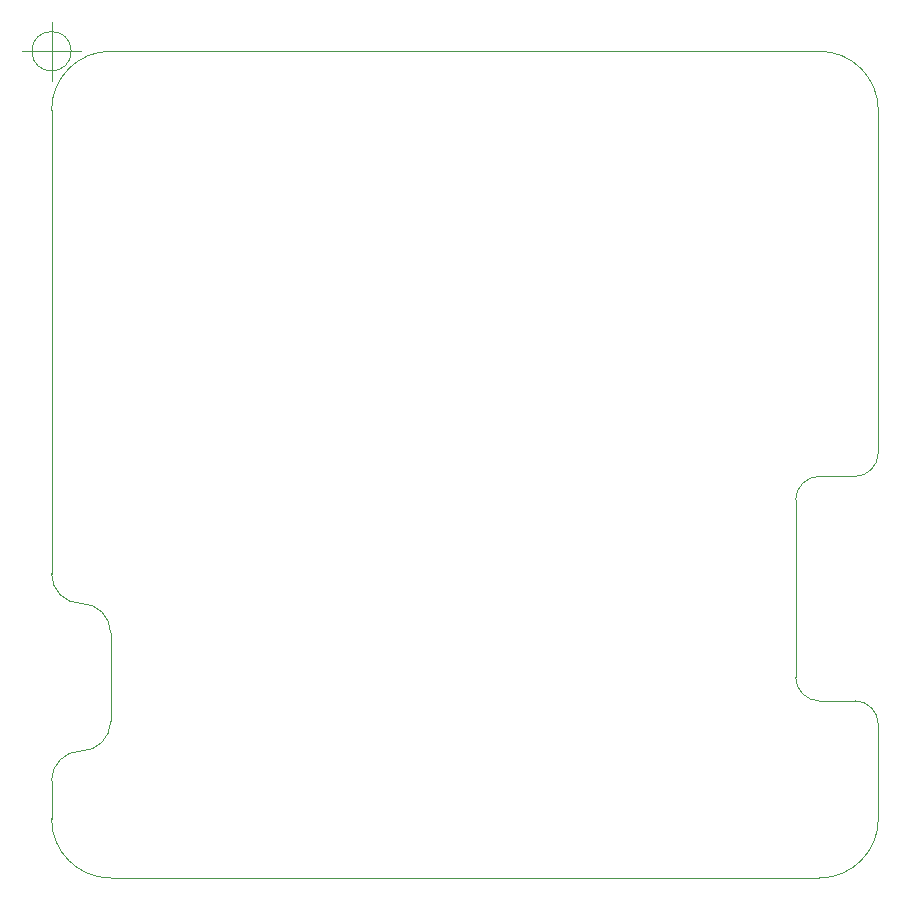
<source format=gm1>
%TF.GenerationSoftware,KiCad,Pcbnew,8.0.0*%
%TF.CreationDate,2024-03-17T03:11:13-07:00*%
%TF.ProjectId,ai-camera-rev3.2,61692d63-616d-4657-9261-2d726576332e,rev3.2*%
%TF.SameCoordinates,PX5a995c0PY2aea540*%
%TF.FileFunction,Profile,NP*%
%FSLAX46Y46*%
G04 Gerber Fmt 4.6, Leading zero omitted, Abs format (unit mm)*
G04 Created by KiCad (PCBNEW 8.0.0) date 2024-03-17 03:11:13*
%MOMM*%
%LPD*%
G01*
G04 APERTURE LIST*
%TA.AperFunction,Profile*%
%ADD10C,0.100000*%
%TD*%
G04 APERTURE END LIST*
D10*
X65000000Y0D02*
G75*
G02*
X70000000Y-5000000I0J-5000000D01*
G01*
X2500000Y-46750000D02*
G75*
G02*
X0Y-44250000I0J2500000D01*
G01*
X70000000Y-57000000D02*
X70000000Y-65000000D01*
X5000000Y0D02*
X65000000Y0D01*
X65000000Y-55000000D02*
G75*
G02*
X63000000Y-53000000I0J2000000D01*
G01*
X0Y-61750000D02*
G75*
G02*
X2500000Y-59250000I2500000J0D01*
G01*
X67999999Y-35999999D02*
X65000000Y-35999999D01*
X0Y-5000000D02*
G75*
G02*
X5000000Y0I5000000J0D01*
G01*
X68000000Y-55000000D02*
G75*
G02*
X70000000Y-57000000I0J-2000000D01*
G01*
X0Y-44250000D02*
X0Y-5000000D01*
X2500000Y-46750000D02*
G75*
G02*
X5000000Y-49250000I0J-2500000D01*
G01*
X63000000Y-38000000D02*
G75*
G02*
X65000000Y-36000000I2000000J0D01*
G01*
X65000000Y-55000000D02*
X68000000Y-55000000D01*
X70000000Y-65000000D02*
G75*
G02*
X65000000Y-70000000I-5000000J0D01*
G01*
X5000000Y-56750000D02*
X5000000Y-49250000D01*
X0Y-61750000D02*
X0Y-65000000D01*
X70000000Y-5000000D02*
X70000000Y-33999999D01*
X5000000Y-70000000D02*
G75*
G02*
X0Y-65000000I0J5000000D01*
G01*
X65000000Y-70000000D02*
X5000000Y-70000000D01*
X5000000Y-56750000D02*
G75*
G02*
X2500000Y-59250000I-2500000J0D01*
G01*
X69999999Y-33999999D02*
G75*
G02*
X67999999Y-35999999I-1999999J-1D01*
G01*
X63000000Y-38000000D02*
X63000000Y-53000000D01*
X1666666Y0D02*
G75*
G02*
X-1666666Y0I-1666666J0D01*
G01*
X-1666666Y0D02*
G75*
G02*
X1666666Y0I1666666J0D01*
G01*
X-2500000Y0D02*
X2500000Y0D01*
X0Y2500000D02*
X0Y-2500000D01*
M02*

</source>
